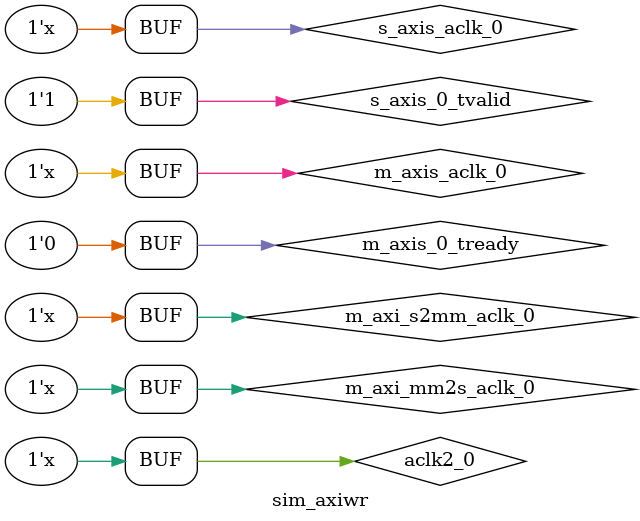
<source format=v>
/****************************************************
*sim the axi write
****************************************************/
module sim_axiwr();

/*******************************************************
*vdma axi clock
*******************************************************/
  reg aclk2_0				=	0;
  reg m_axi_mm2s_aclk_0		=	0;
  reg m_axi_s2mm_aclk_0		=	0;
  reg s_axis_aclk_0			=	0;
  reg m_axis_aclk_0			=	0;
  always #20 s_axis_aclk_0 = ~s_axis_aclk_0;
  always #20 m_axis_aclk_0 = ~m_axis_aclk_0;
  always #20 m_axi_s2mm_aclk_0 = ~m_axi_s2mm_aclk_0;
  always #20 m_axi_mm2s_aclk_0 = ~m_axi_mm2s_aclk_0;
  always #20 aclk2_0 = ~aclk2_0;
  
  wire [31:0]m_axis_0_tdata	;
  reg 		 m_axis_0_tready=	0;
  wire	     m_axis_0_tvalid	;
  
  reg [31:0]s_axis_0_tdata	=	0;
  wire 		s_axis_0_tready;
  reg 	    s_axis_0_tvalid =   0;
 


//always @(posedge s_axis_aclk_0)begin
//    tready_reg[0] <= s_axis_0_tready;
//    tready_reg[1] <= tready_reg[0];
//end
//assign tready_nege = (tready_reg[0] == 0) && (tready_reg[1]);


initial begin
    #1000;
    s_axis_0_tvalid <= 1;
end
always @(posedge s_axis_aclk_0)begin
    if(s_axis_0_tvalid && s_axis_0_tready)
        s_axis_0_tdata <= s_axis_0_tdata + 1;
     else s_axis_0_tdata <= s_axis_0_tdata;
end


vd_host vd_host_i
       (.aclk2_0			(aclk2_0),
        .m_axi_mm2s_aclk_0	(m_axi_mm2s_aclk_0),
        .m_axi_s2mm_aclk_0	(m_axi_s2mm_aclk_0),
        .m_axis_0_tdata		(m_axis_0_tdata),
        .m_axis_0_tready	(m_axis_0_tready),
        .m_axis_0_tvalid	(m_axis_0_tvalid),
        .m_axis_aclk_0		(m_axis_aclk_0),
        .s_axis_0_tdata		(s_axis_0_tdata),
        .s_axis_0_tready	(s_axis_0_tready),
        .s_axis_0_tvalid	(s_axis_0_tvalid),
        .s_axis_aclk_0		(s_axis_aclk_0));


endmodule
</source>
